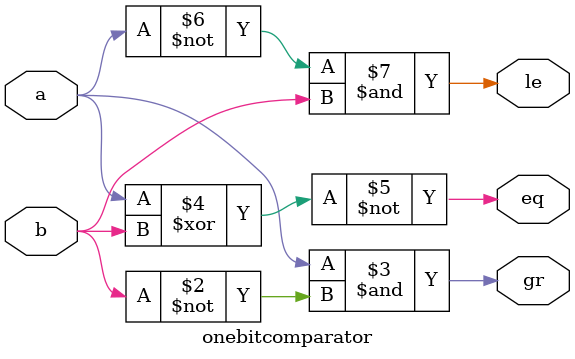
<source format=v>
`timescale 1ps/1ps
module onebitcomparator(a,b,gr,eq,le);
input a,b;
output reg gr,eq,le;
always @(*) begin
    gr=a & ~b;
    eq= ~(a^b);
    le=~a & b;
end
endmodule
</source>
